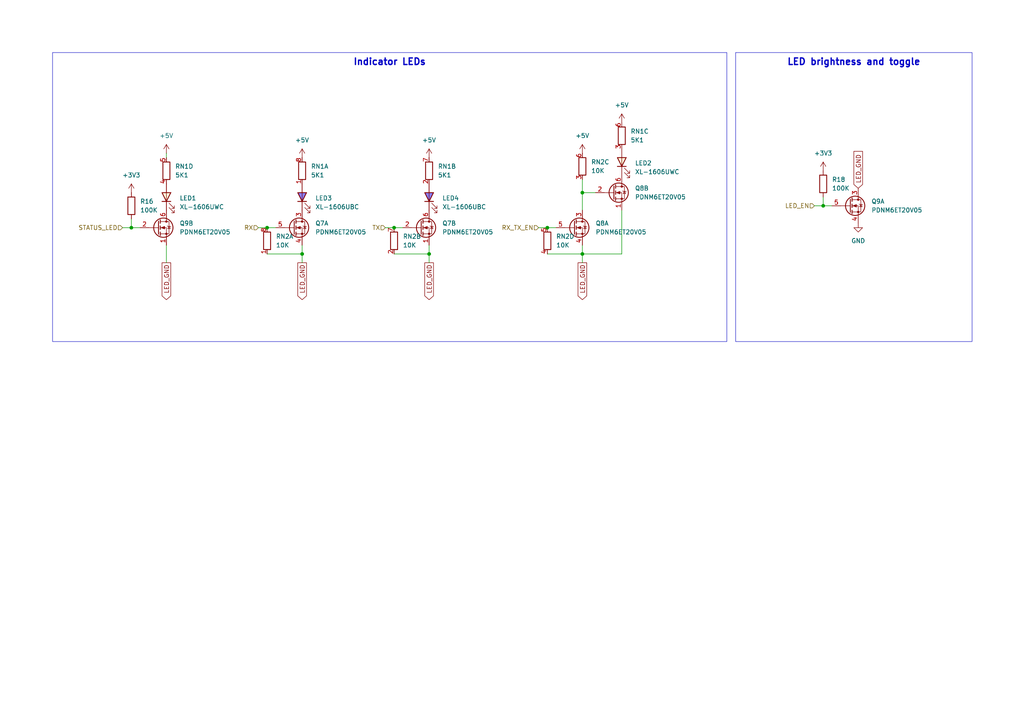
<source format=kicad_sch>
(kicad_sch (version 20231120) (generator "eeschema") (generator_version "8.0")
  (paper "A4")
  (lib_symbols
    (symbol "Device:R" (pin_numbers hide) (pin_names (offset 0))
      (property "Reference" "R" (at 2.032 0 90))
      (property "Value" "R" (at 0 0 90))
      (symbol "R_0_1"
        (rectangle (start -1.016 -2.54) (end 1.016 2.54) (stroke (width 0.254)))
      )
      (symbol "R_1_1"
        (pin passive line (at 0 3.81 270) (length 1.27) (name "~") (number "1"))
        (pin passive line (at 0 -3.81 90) (length 1.27) (name "~") (number "2"))
      )
    )
    (symbol "Device:R_Pack04_Split" (pin_names (offset 0) hide)
      (property "Reference" "RN" (at 2.032 0 90))
      (property "Value" "R_Pack04_Split" (at 0 0 90))
      (symbol "R_Pack04_Split_0_1"
        (rectangle (start 1.016 2.54) (end -1.016 -2.54) (stroke (width 0.254)))
      )
      (symbol "R_Pack04_Split_1_1"
        (pin passive line (at 0 -3.81 90) (length 1.27) (name "R1.1") (number "1"))
        (pin passive line (at 0 3.81 270) (length 1.27) (name "R1.2") (number "8"))
      )
      (symbol "R_Pack04_Split_2_1"
        (pin passive line (at 0 -3.81 90) (length 1.27) (name "R2.1") (number "2"))
        (pin passive line (at 0 3.81 270) (length 1.27) (name "R2.2") (number "7"))
      )
      (symbol "R_Pack04_Split_3_1"
        (pin passive line (at 0 -3.81 90) (length 1.27) (name "R3.1") (number "3"))
        (pin passive line (at 0 3.81 270) (length 1.27) (name "R3.2") (number "6"))
      )
      (symbol "R_Pack04_Split_4_1"
        (pin passive line (at 0 -3.81 90) (length 1.27) (name "R4.1") (number "4"))
        (pin passive line (at 0 3.81 270) (length 1.27) (name "R4.2") (number "5"))
      )
    )
    (symbol "discrete:PDNM6ET20V05" (pin_names hide)
      (property "Reference" "Q" (at 5.08 1.905 0))
      (property "Value" "PDNM6ET20V05" (at 5.08 0 0))
      (symbol "PDNM6ET20V05_0_1"
        (polyline (pts (xy 0.254 0) (xy -2.54 0)))
        (polyline (pts (xy 0.254 1.905) (xy 0.254 -1.905)) (stroke (width 0.254)))
        (polyline (pts (xy 0.762 -1.27) (xy 0.762 -2.286)) (stroke (width 0.254)))
        (polyline (pts (xy 0.762 0.508) (xy 0.762 -0.508)) (stroke (width 0.254)))
        (polyline (pts (xy 0.762 2.286) (xy 0.762 1.27)) (stroke (width 0.254)))
        (polyline (pts (xy 2.54 2.54) (xy 2.54 1.778)))
        (polyline (pts (xy 2.54 -2.54) (xy 2.54 0) (xy 0.762 0)))
        (polyline (pts (xy 0.762 -1.778) (xy 3.302 -1.778) (xy 3.302 1.778) (xy 0.762 1.778)))
        (polyline (pts (xy 1.016 0) (xy 2.032 0.381) (xy 2.032 -0.381) (xy 1.016 0)) (fill (type outline)))
        (polyline (pts (xy 2.794 0.508) (xy 2.921 0.381) (xy 3.683 0.381) (xy 3.81 0.254)))
        (polyline (pts (xy 3.302 0.381) (xy 2.921 -0.254) (xy 3.683 -0.254) (xy 3.302 0.381)))
        (circle (center 1.651 0) (radius 2.794) (stroke (width 0.254)))
        (circle (center 2.54 -1.778) (radius 0.254) (fill (type outline)))
        (circle (center 2.54 1.778) (radius 0.254) (fill (type outline)))
      )
      (symbol "PDNM6ET20V05_1_1"
        (pin passive line (at 2.54 5.08 270) (length 2.54) (name "D") (number "3"))
        (pin passive line (at 2.54 -5.08 90) (length 2.54) (name "S") (number "4"))
        (pin input line (at -5.08 0 0) (length 2.54) (name "G") (number "5"))
      )
      (symbol "PDNM6ET20V05_2_1"
        (pin passive line (at 2.54 -5.08 90) (length 2.54) (name "S") (number "1"))
        (pin input line (at -5.08 0 0) (length 2.54) (name "G") (number "2"))
        (pin passive line (at 2.54 5.08 270) (length 2.54) (name "D") (number "6"))
      )
    )
    (symbol "discrete:XL-1606UBC" (pin_numbers hide) (pin_names (offset 1.016) hide)
      (property "Reference" "D" (at 0 2.54 0))
      (property "Value" "XL-1606UBC" (at 0 -2.54 0))
      (symbol "XL-1606UBC_0_1"
        (polyline (pts (xy -1.27 -1.27) (xy -1.27 1.27)) (stroke (width 0.254)))
        (polyline (pts (xy -3.048 -0.762) (xy -4.572 -2.286) (xy -3.81 -2.286) (xy -4.572 -2.286) (xy -4.572 -1.524)))
        (polyline (pts (xy -1.778 -0.762) (xy -3.302 -2.286) (xy -2.54 -2.286) (xy -3.302 -2.286) (xy -3.302 -1.524)))
      )
      (symbol "XL-1606UBC_1_1"
        (polyline (pts (xy -1.27 0) (xy 1.27 0)))
        (polyline (pts (xy 1.27 -1.27) (xy 1.27 1.27) (xy -1.27 0) (xy 1.27 -1.27)) (stroke (width 0.254)) (fill (type color) (color 0 0 255 0.5)))
        (pin passive line (at -3.81 0 0) (length 2.54) (name "K") (number "1"))
        (pin passive line (at 3.81 0 180) (length 2.54) (name "A") (number "2"))
      )
    )
    (symbol "discrete:XL-1606UWC" (pin_numbers hide) (pin_names (offset 1.016) hide)
      (property "Reference" "D" (at 0 2.54 0))
      (property "Value" "XL-1606UWC" (at 0 -2.54 0))
      (symbol "XL-1606UWC_0_1"
        (polyline (pts (xy -1.27 -1.27) (xy -1.27 1.27)) (stroke (width 0.254)))
        (polyline (pts (xy -3.048 -0.762) (xy -4.572 -2.286) (xy -3.81 -2.286) (xy -4.572 -2.286) (xy -4.572 -1.524)))
        (polyline (pts (xy -1.778 -0.762) (xy -3.302 -2.286) (xy -2.54 -2.286) (xy -3.302 -2.286) (xy -3.302 -1.524)))
      )
      (symbol "XL-1606UWC_1_1"
        (polyline (pts (xy -1.27 0) (xy 1.27 0)))
        (polyline (pts (xy 1.27 -1.27) (xy 1.27 1.27) (xy -1.27 0) (xy 1.27 -1.27)) (stroke (width 0.254)) (fill (type color) (color 255 255 194 0.5)))
        (pin passive line (at -3.81 0 0) (length 2.54) (name "K") (number "1"))
        (pin passive line (at 3.81 0 180) (length 2.54) (name "A") (number "2"))
      )
    )
    (symbol "power:+3V3" (power) (pin_numbers hide) (pin_names (offset 0) hide)
      (property "Value" "+3V3" (at 0 3.556 0))
      (symbol "+3V3_0_1"
        (polyline (pts (xy -0.762 1.27) (xy 0 2.54)))
        (polyline (pts (xy 0 0) (xy 0 2.54)))
        (polyline (pts (xy 0 2.54) (xy 0.762 1.27)))
      )
      (symbol "+3V3_1_1"
        (pin power_in line (at 0 0 90) (length 0) (name "~") (number "1"))
      )
    )
    (symbol "power:GND" (power) (pin_numbers hide) (pin_names (offset 0) hide)
      (property "Value" "GND" (at 0 -3.81 0))
      (symbol "GND_0_1"
        (polyline (pts (xy 0 0) (xy 0 -1.27) (xy 1.27 -1.27) (xy 0 -2.54) (xy -1.27 -1.27) (xy 0 -1.27)))
      )
      (symbol "GND_1_1"
        (pin power_in line (at 0 0 270) (length 0) (name "~") (number "1"))
      )
    )
    (symbol "power:VCC" (power) (pin_numbers hide) (pin_names (offset 0) hide)
      (property "Value" "VCC" (at 0 3.556 0))
      (symbol "VCC_0_1"
        (polyline (pts (xy -0.762 1.27) (xy 0 2.54)))
        (polyline (pts (xy 0 0) (xy 0 2.54)))
        (polyline (pts (xy 0 2.54) (xy 0.762 1.27)))
      )
      (symbol "VCC_1_1"
        (pin power_in line (at 0 0 90) (length 0) (name "~") (number "1"))
      )
    )
  )
  (junction (at 38.1 66.04))
  (junction (at 87.63 73.66))
  (junction (at 114.3 66.04))
  (junction (at 158.75 66.04))
  (junction (at 124.46 73.66))
  (junction (at 238.76 59.69))
  (junction (at 77.47 66.04))
  (junction (at 168.91 55.88))
  (junction (at 168.91 73.66))
  (wire (pts (xy 124.46 71.12) (xy 124.46 73.66)))
  (wire (pts (xy 87.63 71.12) (xy 87.63 73.66)))
  (wire (pts (xy 74.93 66.04) (xy 77.47 66.04)))
  (wire (pts (xy 168.91 52.07) (xy 168.91 55.88)))
  (wire (pts (xy 238.76 59.69) (xy 241.3 59.69)))
  (wire (pts (xy 168.91 71.12) (xy 168.91 73.66)))
  (wire (pts (xy 38.1 66.04) (xy 40.64 66.04)))
  (wire (pts (xy 168.91 55.88) (xy 168.91 60.96)))
  (wire (pts (xy 236.22 59.69) (xy 238.76 59.69)))
  (wire (pts (xy 77.47 66.04) (xy 80.01 66.04)))
  (wire (pts (xy 48.26 44.45) (xy 48.26 45.72)))
  (wire (pts (xy 124.46 73.66) (xy 124.46 76.2)))
  (wire (pts (xy 158.75 66.04) (xy 161.29 66.04)))
  (wire (pts (xy 114.3 73.66) (xy 124.46 73.66)))
  (wire (pts (xy 180.34 60.96) (xy 180.34 73.66)))
  (wire (pts (xy 180.34 73.66) (xy 168.91 73.66)))
  (wire (pts (xy 114.3 66.04) (xy 116.84 66.04)))
  (wire (pts (xy 35.56 66.04) (xy 38.1 66.04)))
  (wire (pts (xy 168.91 55.88) (xy 172.72 55.88)))
  (wire (pts (xy 111.76 66.04) (xy 114.3 66.04)))
  (wire (pts (xy 168.91 76.2) (xy 168.91 73.66)))
  (wire (pts (xy 38.1 63.5) (xy 38.1 66.04)))
  (wire (pts (xy 48.26 71.12) (xy 48.26 76.2)))
  (wire (pts (xy 238.76 57.15) (xy 238.76 59.69)))
  (wire (pts (xy 77.47 73.66) (xy 87.63 73.66)))
  (wire (pts (xy 158.75 73.66) (xy 168.91 73.66)))
  (wire (pts (xy 87.63 73.66) (xy 87.63 76.2)))
  (wire (pts (xy 156.21 66.04) (xy 158.75 66.04)))
  (text_box "LED brightness and toggle" (at 213.36 15.24 0) (size 68.58 83.82) (stroke (width 0.127)) (effects (font (size 1.905 1.905) (thickness 0.381) (bold yes)) (justify top)))
  (text_box "Indicator LEDs" (at 15.24 15.24 0) (size 195.58 83.82) (stroke (width 0.127)) (effects (font (size 1.905 1.905) (thickness 0.381) (bold yes)) (justify top)))
  (global_label "LED_GND" (shape input) (at 248.92 54.61 90) (property "Intersheetrefs" "${INTERSHEET_REFS}" (effects (hide yes))))
  (global_label "LED_GND" (shape output) (at 124.46 76.2 270) (property "Intersheetrefs" "${INTERSHEET_REFS}" (effects (hide yes))))
  (global_label "LED_GND" (shape output) (at 87.63 76.2 270) (property "Intersheetrefs" "${INTERSHEET_REFS}" (effects (hide yes))))
  (global_label "LED_GND" (shape output) (at 168.91 76.2 270) (property "Intersheetrefs" "${INTERSHEET_REFS}" (effects (hide yes))))
  (global_label "LED_GND" (shape output) (at 48.26 76.2 270) (property "Intersheetrefs" "${INTERSHEET_REFS}" (effects (hide yes))))
  (hierarchical_label "RX_TX_EN" (shape input) (at 156.21 66.04 180))
  (hierarchical_label "TX" (shape input) (at 111.76 66.04 180))
  (hierarchical_label "RX" (shape input) (at 74.93 66.04 180))
  (hierarchical_label "STATUS_LED" (shape input) (at 35.56 66.04 180))
  (hierarchical_label "LED_EN" (shape input) (at 236.22 59.69 180))
  (symbol (lib_id "discrete:PDNM6ET20V05") (at 177.8 55.88 0) (unit 2)
    (property "Reference" "Q8" (at 184.15 54.6099 0) (effects (justify left)))
    (property "Value" "PDNM6ET20V05" (at 184.15 57.1499 0) (effects (justify left)))
    (property "Footprint" "Package_TO_SOT_SMD:SOT-563" (effects (hide yes)))
    (property "Datasheet" "https://www.lcsc.com/datasheet/lcsc_datasheet_2410121242_Shanghai-Prisemi-Elec-PDNM6ET20V05_C918811.pdf" (effects (hide yes)))
    (property "Description" "500mA Id, 20V Vds, Dual N-Channel MOSFET, SOT-563" (effects (hide yes)))
    (property "LCSC Part" "C918811" (effects (hide yes)))
  )
  (symbol (lib_id "Device:R_Pack04_Split") (at 87.63 49.53 0) (unit 1)
    (property "Reference" "RN1" (at 90.17 48.2599 0) (effects (justify left)))
    (property "Value" "5K1" (at 90.17 50.7999 0) (effects (justify left)))
    (property "Footprint" "discrete:R_Array_Convex_4x0603_HandSolder" (effects (hide yes)))
    (property "Description" "4 resistor network, parallel topology, split" (effects (hide yes)))
  )
  (symbol (lib_id "Device:R_Pack04_Split") (at 77.47 69.85 0) (unit 1)
    (property "Reference" "RN2" (at 80.01 68.5799 0) (effects (justify left)))
    (property "Value" "10K" (at 80.01 71.1199 0) (effects (justify left)))
    (property "Footprint" "discrete:R_Array_Convex_4x0603_HandSolder" (effects (hide yes)))
    (property "Description" "4 resistor network, parallel topology, split" (effects (hide yes)))
  )
  (symbol (lib_id "discrete:PDNM6ET20V05") (at 246.38 59.69 0) (unit 1)
    (property "Reference" "Q9" (at 252.73 58.4199 0) (effects (justify left)))
    (property "Value" "PDNM6ET20V05" (at 252.73 60.9599 0) (effects (justify left)))
    (property "Footprint" "Package_TO_SOT_SMD:SOT-563" (effects (hide yes)))
    (property "Datasheet" "https://www.lcsc.com/datasheet/lcsc_datasheet_2410121242_Shanghai-Prisemi-Elec-PDNM6ET20V05_C918811.pdf" (effects (hide yes)))
    (property "Description" "500mA Id, 20V Vds, Dual N-Channel MOSFET, SOT-563" (effects (hide yes)))
    (property "LCSC Part" "C918811" (effects (hide yes)))
  )
  (symbol (lib_id "power:VCC") (at 180.34 35.56 0) (unit 1)
    (property "Reference" "#PWR087" (effects (hide yes)))
    (property "Value" "+5V" (at 180.34 30.48 0))
    (property "Description" "Power symbol creates a global label with name \"VCC\"" (effects (hide yes)))
  )
  (symbol (lib_id "power:GND") (at 248.92 64.77 0) (unit 1)
    (property "Reference" "#PWR084" (effects (hide yes)))
    (property "Value" "GND" (at 248.92 69.85 0))
    (property "Description" "Power symbol creates a global label with name \"GND\" , ground" (effects (hide yes)))
  )
  (symbol (lib_id "Device:R_Pack04_Split") (at 158.75 69.85 0) (unit 4)
    (property "Reference" "RN2" (at 161.29 68.5799 0) (effects (justify left)))
    (property "Value" "10K" (at 161.29 71.1199 0) (effects (justify left)))
    (property "Footprint" "discrete:R_Array_Convex_4x0603_HandSolder" (effects (hide yes)))
    (property "Description" "4 resistor network, parallel topology, split" (effects (hide yes)))
  )
  (symbol (lib_id "power:VCC") (at 124.46 45.72 0) (unit 1)
    (property "Reference" "#PWR081" (effects (hide yes)))
    (property "Value" "+5V" (at 124.46 40.64 0))
    (property "Description" "Power symbol creates a global label with name \"VCC\"" (effects (hide yes)))
  )
  (symbol (lib_id "discrete:PDNM6ET20V05") (at 45.72 66.04 0) (unit 2)
    (property "Reference" "Q9" (at 52.07 64.7699 0) (effects (justify left)))
    (property "Value" "PDNM6ET20V05" (at 52.07 67.3099 0) (effects (justify left)))
    (property "Footprint" "Package_TO_SOT_SMD:SOT-563" (effects (hide yes)))
    (property "Datasheet" "https://www.lcsc.com/datasheet/lcsc_datasheet_2410121242_Shanghai-Prisemi-Elec-PDNM6ET20V05_C918811.pdf" (effects (hide yes)))
    (property "Description" "500mA Id, 20V Vds, Dual N-Channel MOSFET, SOT-563" (effects (hide yes)))
    (property "LCSC Part" "C918811" (effects (hide yes)))
  )
  (symbol (lib_id "discrete:PDNM6ET20V05") (at 85.09 66.04 0) (unit 1)
    (property "Reference" "Q7" (at 91.44 64.7699 0) (effects (justify left)))
    (property "Value" "PDNM6ET20V05" (at 91.44 67.3099 0) (effects (justify left)))
    (property "Footprint" "Package_TO_SOT_SMD:SOT-563" (effects (hide yes)))
    (property "Datasheet" "https://www.lcsc.com/datasheet/lcsc_datasheet_2410121242_Shanghai-Prisemi-Elec-PDNM6ET20V05_C918811.pdf" (effects (hide yes)))
    (property "Description" "500mA Id, 20V Vds, Dual N-Channel MOSFET, SOT-563" (effects (hide yes)))
    (property "LCSC Part" "C918811" (effects (hide yes)))
  )
  (symbol (lib_id "discrete:XL-1606UBC") (at 124.46 57.15 90) (unit 1)
    (property "Reference" "LED4" (at 128.27 57.4674 90) (effects (justify right)))
    (property "Value" "XL-1606UBC" (at 128.27 60.0074 90) (effects (justify right)))
    (property "Footprint" "discrete:LED_SideEmitter_1.7x1.1mm" (effects (hide yes)))
    (property "Datasheet" "https://www.lcsc.com/datasheet/lcsc_datasheet_2402181506_XINGLIGHT-XL-1606UBC_C965865.pdf" (effects (hide yes)))
    (property "Description" "Light emitting diode, Blue, Side-Emitter package" (effects (hide yes)))
    (property "LCSC Part" "C965865" (effects (hide yes)))
  )
  (symbol (lib_id "Device:R_Pack04_Split") (at 180.34 39.37 0) (unit 3)
    (property "Reference" "RN1" (at 182.88 38.0999 0) (effects (justify left)))
    (property "Value" "5K1" (at 182.88 40.6399 0) (effects (justify left)))
    (property "Footprint" "discrete:R_Array_Convex_4x0603_HandSolder" (effects (hide yes)))
    (property "Description" "4 resistor network, parallel topology, split" (effects (hide yes)))
  )
  (symbol (lib_id "discrete:XL-1606UWC") (at 180.34 46.99 90) (unit 1)
    (property "Reference" "LED2" (at 184.15 47.3074 90) (effects (justify right)))
    (property "Value" "XL-1606UWC" (at 184.15 49.8474 90) (effects (justify right)))
    (property "Footprint" "discrete:LED_SideEmitter_1.7x1.1mm" (effects (hide yes)))
    (property "Datasheet" "https://www.lcsc.com/datasheet/lcsc_datasheet_2402181506_XINGLIGHT-XL-1606UWC_C965866.pdf" (effects (hide yes)))
    (property "Description" "Light emitting diode, Warm white, Side-Emitter package" (effects (hide yes)))
    (property "LCSC Part" "C965866" (effects (hide yes)))
  )
  (symbol (lib_id "power:VCC") (at 48.26 44.45 0) (unit 1)
    (property "Reference" "#PWR077" (effects (hide yes)))
    (property "Value" "+5V" (at 48.26 39.37 0))
    (property "Description" "Power symbol creates a global label with name \"VCC\"" (effects (hide yes)))
  )
  (symbol (lib_id "power:+3V3") (at 238.76 49.53 0) (mirror y) (unit 1)
    (property "Reference" "#PWR083" (effects (hide yes)))
    (property "Value" "+3V3" (at 238.76 44.45 0))
    (property "Description" "Power symbol creates a global label with name \"+3V3\"" (effects (hide yes)))
  )
  (symbol (lib_id "power:VCC") (at 168.91 44.45 0) (unit 1)
    (property "Reference" "#PWR086" (effects (hide yes)))
    (property "Value" "+5V" (at 168.91 39.37 0))
    (property "Description" "Power symbol creates a global label with name \"VCC\"" (effects (hide yes)))
  )
  (symbol (lib_id "Device:R_Pack04_Split") (at 48.26 49.53 0) (unit 4)
    (property "Reference" "RN1" (at 50.8 48.2599 0) (effects (justify left)))
    (property "Value" "5K1" (at 50.8 50.7999 0) (effects (justify left)))
    (property "Footprint" "discrete:R_Array_Convex_4x0603_HandSolder" (effects (hide yes)))
    (property "Description" "4 resistor network, parallel topology, split" (effects (hide yes)))
  )
  (symbol (lib_id "Device:R_Pack04_Split") (at 168.91 48.26 0) (unit 3)
    (property "Reference" "RN2" (at 171.45 46.9899 0) (effects (justify left)))
    (property "Value" "10K" (at 171.45 49.5299 0) (effects (justify left)))
    (property "Footprint" "discrete:R_Array_Convex_4x0603_HandSolder" (effects (hide yes)))
    (property "Description" "4 resistor network, parallel topology, split" (effects (hide yes)))
  )
  (symbol (lib_id "Device:R") (at 38.1 59.69 180) (unit 1)
    (property "Reference" "R16" (at 40.64 58.4199 0) (effects (justify right)))
    (property "Value" "100K" (at 40.64 60.9599 0) (effects (justify right)))
    (property "Footprint" "Resistor_SMD:R_0603_1608Metric" (effects (hide yes)))
    (property "Description" "Resistor" (effects (hide yes)))
  )
  (symbol (lib_id "power:+3V3") (at 38.1 55.88 0) (mirror y) (unit 1)
    (property "Reference" "#PWR076" (effects (hide yes)))
    (property "Value" "+3V3" (at 38.1 50.8 0))
    (property "Description" "Power symbol creates a global label with name \"+3V3\"" (effects (hide yes)))
  )
  (symbol (lib_id "discrete:PDNM6ET20V05") (at 166.37 66.04 0) (unit 1)
    (property "Reference" "Q8" (at 172.72 64.7699 0) (effects (justify left)))
    (property "Value" "PDNM6ET20V05" (at 172.72 67.3099 0) (effects (justify left)))
    (property "Footprint" "Package_TO_SOT_SMD:SOT-563" (effects (hide yes)))
    (property "Datasheet" "https://www.lcsc.com/datasheet/lcsc_datasheet_2410121242_Shanghai-Prisemi-Elec-PDNM6ET20V05_C918811.pdf" (effects (hide yes)))
    (property "Description" "500mA Id, 20V Vds, Dual N-Channel MOSFET, SOT-563" (effects (hide yes)))
    (property "LCSC Part" "C918811" (effects (hide yes)))
  )
  (symbol (lib_id "discrete:PDNM6ET20V05") (at 121.92 66.04 0) (unit 2)
    (property "Reference" "Q7" (at 128.27 64.7699 0) (effects (justify left)))
    (property "Value" "PDNM6ET20V05" (at 128.27 67.3099 0) (effects (justify left)))
    (property "Footprint" "Package_TO_SOT_SMD:SOT-563" (effects (hide yes)))
    (property "Datasheet" "https://www.lcsc.com/datasheet/lcsc_datasheet_2410121242_Shanghai-Prisemi-Elec-PDNM6ET20V05_C918811.pdf" (effects (hide yes)))
    (property "Description" "500mA Id, 20V Vds, Dual N-Channel MOSFET, SOT-563" (effects (hide yes)))
    (property "LCSC Part" "C918811" (effects (hide yes)))
  )
  (symbol (lib_id "discrete:XL-1606UBC") (at 87.63 57.15 90) (unit 1)
    (property "Reference" "LED3" (at 91.44 57.4674 90) (effects (justify right)))
    (property "Value" "XL-1606UBC" (at 91.44 60.0074 90) (effects (justify right)))
    (property "Footprint" "discrete:LED_SideEmitter_1.7x1.1mm" (effects (hide yes)))
    (property "Datasheet" "https://www.lcsc.com/datasheet/lcsc_datasheet_2402181506_XINGLIGHT-XL-1606UBC_C965865.pdf" (effects (hide yes)))
    (property "Description" "Light emitting diode, Blue, Side-Emitter package" (effects (hide yes)))
    (property "LCSC Part" "C965865" (effects (hide yes)))
  )
  (symbol (lib_id "power:VCC") (at 87.63 45.72 0) (unit 1)
    (property "Reference" "#PWR079" (effects (hide yes)))
    (property "Value" "+5V" (at 87.63 40.64 0))
    (property "Description" "Power symbol creates a global label with name \"VCC\"" (effects (hide yes)))
  )
  (symbol (lib_id "Device:R") (at 238.76 53.34 180) (unit 1)
    (property "Reference" "R18" (at 241.3 52.0699 0) (effects (justify right)))
    (property "Value" "100K" (at 241.3 54.6099 0) (effects (justify right)))
    (property "Footprint" "Resistor_SMD:R_0603_1608Metric" (effects (hide yes)))
    (property "Description" "Resistor" (effects (hide yes)))
  )
  (symbol (lib_id "Device:R_Pack04_Split") (at 124.46 49.53 0) (unit 2)
    (property "Reference" "RN1" (at 127 48.2599 0) (effects (justify left)))
    (property "Value" "5K1" (at 127 50.7999 0) (effects (justify left)))
    (property "Footprint" "discrete:R_Array_Convex_4x0603_HandSolder" (effects (hide yes)))
    (property "Description" "4 resistor network, parallel topology, split" (effects (hide yes)))
  )
  (symbol (lib_id "discrete:XL-1606UWC") (at 48.26 57.15 90) (unit 1)
    (property "Reference" "LED1" (at 52.07 57.4674 90) (effects (justify right)))
    (property "Value" "XL-1606UWC" (at 52.07 60.0074 90) (effects (justify right)))
    (property "Footprint" "discrete:LED_SideEmitter_1.7x1.1mm" (effects (hide yes)))
    (property "Datasheet" "https://www.lcsc.com/datasheet/lcsc_datasheet_2402181506_XINGLIGHT-XL-1606UWC_C965866.pdf" (effects (hide yes)))
    (property "Description" "Light emitting diode, Warm white, Side-Emitter package" (effects (hide yes)))
    (property "LCSC Part" "C965866" (effects (hide yes)))
  )
  (symbol (lib_id "Device:R_Pack04_Split") (at 114.3 69.85 0) (unit 2)
    (property "Reference" "RN2" (at 116.84 68.5799 0) (effects (justify left)))
    (property "Value" "10K" (at 116.84 71.1199 0) (effects (justify left)))
    (property "Footprint" "discrete:R_Array_Convex_4x0603_HandSolder" (effects (hide yes)))
    (property "Description" "4 resistor network, parallel topology, split" (effects (hide yes)))
  )
)
</source>
